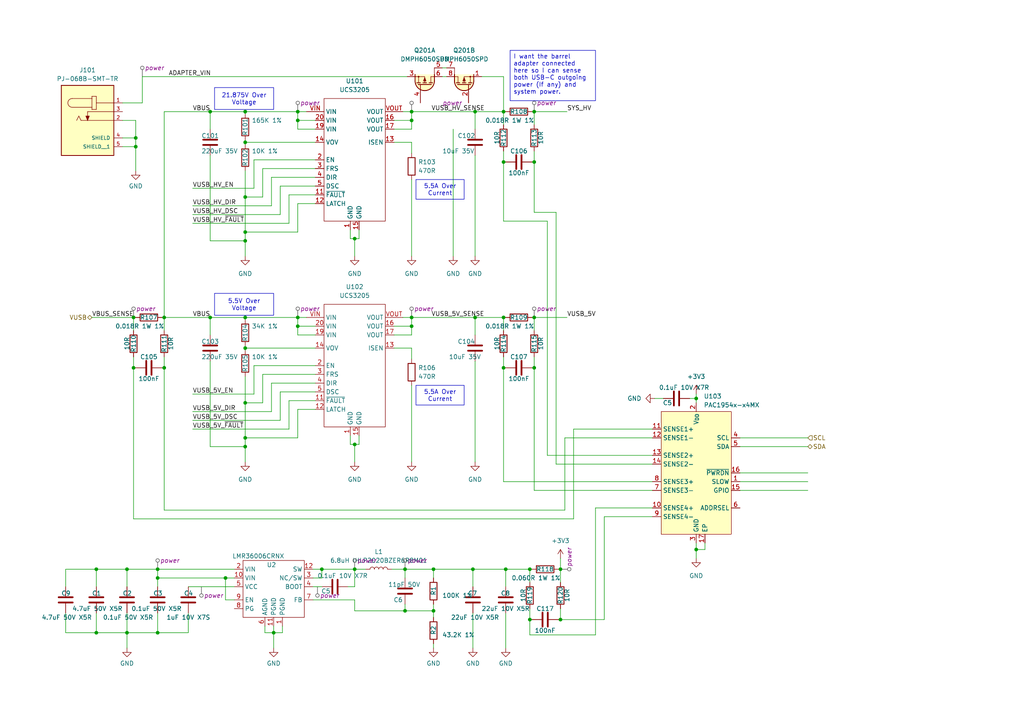
<source format=kicad_sch>
(kicad_sch (version 20230121) (generator eeschema)
  (paper "A4")
  (lib_symbols
    (symbol "Device:C" (pin_numbers hide) (pin_names (offset 0.254))
      (property "Reference" "C" (at 0.635 2.54 0))
      (property "Value" "C" (at 0.635 -2.54 0))
      (symbol "C_1_1"
        (pin passive line (at 0 3.81 270) (length 2.794) (name "~") (number "1"))
        (pin passive line (at 0 -3.81 90) (length 2.794) (name "~") (number "2"))
      )
    )
    (symbol "Device:L" (pin_numbers hide) (pin_names (offset 1.016) hide)
      (property "Reference" "L" (at -1.27 0 90))
      (property "Value" "L" (at 1.905 0 90))
      (symbol "L_1_1"
        (pin passive line (at 0 3.81 270) (length 1.27) (name "1") (number "1"))
        (pin passive line (at 0 -3.81 90) (length 1.27) (name "2") (number "2"))
      )
    )
    (symbol "Device:R" (pin_numbers hide) (pin_names (offset 0))
      (property "Reference" "R" (at 2.032 0 90))
      (property "Value" "R" (at 0 0 90))
      (symbol "R_1_1"
        (pin passive line (at 0 3.81 270) (length 1.27) (name "~") (number "1"))
        (pin passive line (at 0 -3.81 90) (length 1.27) (name "~") (number "2"))
      )
    )
    (symbol "PCM_Transistor_MOSFET_AKL:FDS6875" (pin_names (offset 1.016) hide)
      (property "Reference" "Q" (at 3.81 1.27 0))
      (property "Value" "FDS6875" (at 3.81 -1.27 0))
      (symbol "FDS6875_1_1"
        (pin passive line (at 1.27 5.08 270) (length 2.54) (name "S1") (number "3"))
        (pin input line (at -6.35 1.27 0) (length 5.207) (name "G1") (number "4"))
        (pin passive line (at 3.81 -5.08 90) (length 2.286) (name "D1") (number "5"))
        (pin passive line (at 1.27 -5.08 90) (length 2.286) (name "D1") (number "6"))
      )
      (symbol "FDS6875_2_1"
        (pin passive line (at 1.27 5.08 270) (length 2.54) (name "S2") (number "1"))
        (pin input line (at -6.35 1.27 0) (length 5.207) (name "G2") (number "2"))
        (pin passive line (at 3.81 -5.08 90) (length 2.286) (name "D2") (number "7"))
        (pin passive line (at 1.27 -5.08 90) (length 2.286) (name "D2") (number "8"))
      )
    )
    (symbol "PJ-068B-SMT-TR:PJ-068B-SMT-TR" (pin_names (offset 1.016))
      (property "Reference" "J" (at -7.6259 7.6259 0))
      (property "Value" "PJ-068B-SMT-TR" (at -7.6213 -15.2421 0))
      (symbol "PJ-068B-SMT-TR_0_0"
        (pin passive line (at 10.16 2.54 180) (length 2.54) (name "~") (number "1"))
        (pin passive line (at 10.16 -2.54 180) (length 2.54) (name "~") (number "2"))
        (pin passive line (at 10.16 0 180) (length 2.54) (name "~") (number "3"))
        (pin passive line (at 10.16 -7.62 180) (length 2.54) (name "SHIELD") (number "4"))
        (pin passive line (at 10.16 -10.16 180) (length 2.54) (name "SHIELD__1") (number "5"))
      )
    )
    (symbol "Sensor_Energy:PAC1954x-x4MX"
      (property "Reference" "U" (at 7.62 22.86 0))
      (property "Value" "PAC1954x-x4MX" (at 7.62 20.32 0))
      (symbol "PAC1954x-x4MX_0_0"
        (pin input line (at 12.7 -2.54 180) (length 2.54) (name "SLOW") (number "1"))
        (pin input line (at -12.7 -10.16 0) (length 2.54) (name "SENSE4+") (number "10"))
        (pin input line (at -12.7 12.7 0) (length 2.54) (name "SENSE1+") (number "11"))
        (pin input line (at -12.7 10.16 0) (length 2.54) (name "SENSE1-") (number "12"))
        (pin input line (at -12.7 5.08 0) (length 2.54) (name "SENSE2+") (number "13"))
        (pin input line (at -12.7 2.54 0) (length 2.54) (name "SENSE2-") (number "14"))
        (pin bidirectional line (at 12.7 -5.08 180) (length 2.54) (name "GPIO") (number "15"))
        (pin input line (at 12.7 0 180) (length 2.54) (name "~{PWRDN}") (number "16"))
        (pin passive line (at 2.54 -20.32 90) (length 2.54) (name "EP") (number "17"))
        (pin power_in line (at 0 20.32 270) (length 2.54) (name "V_{DD}") (number "2"))
        (pin power_in line (at 0 -20.32 90) (length 2.54) (name "GND") (number "3"))
        (pin input line (at 12.7 10.16 180) (length 2.54) (name "SCL") (number "4"))
        (pin bidirectional line (at 12.7 7.62 180) (length 2.54) (name "SDA") (number "5"))
        (pin passive line (at 12.7 -10.16 180) (length 2.54) (name "ADDRSEL") (number "6"))
        (pin input line (at -12.7 -5.08 0) (length 2.54) (name "SENSE3-") (number "7"))
        (pin input line (at -12.7 -2.54 0) (length 2.54) (name "SENSE3+") (number "8"))
        (pin input line (at -12.7 -12.7 0) (length 2.54) (name "SENSE4-") (number "9"))
      )
    )
    (symbol "power:+3V3" (power) (pin_names (offset 0))
      (property "Value" "+3V3" (at 0 3.556 0))
      (symbol "+3V3_1_1"
        (pin power_in line (at 0 0 90) (length 0) hide (name "+3V3") (number "1"))
      )
    )
    (symbol "power:GND" (power) (pin_names (offset 0))
      (property "Value" "GND" (at 0 -3.81 0))
      (symbol "GND_1_1"
        (pin power_in line (at 0 0 270) (length 0) hide (name "GND") (number "1"))
      )
    )
    (symbol "usb-c:LMR36006"
      (property "Reference" "U" (at 0 0 0))
      (symbol "LMR36006_1_1"
        (pin power_in line (at 2.54 -11.43 90) (length 2.54) (name "PGND") (number "1"))
        (pin power_in line (at -11.43 2.54 0) (length 2.54) (name "VIN") (number "10"))
        (pin power_in line (at 0 -11.43 90) (length 2.54) (name "PGND") (number "11"))
        (pin output line (at 11.43 5.08 180) (length 2.54) (name "SW") (number "12"))
        (pin power_in line (at -11.43 5.08 0) (length 2.54) (name "VIN") (number "2"))
        (pin unspecified line (at 11.43 2.54 180) (length 2.54) (name "NC/SW") (number "3"))
        (pin passive line (at 11.43 0 180) (length 2.54) (name "BOOT") (number "4"))
        (pin output line (at -11.43 0 0) (length 2.54) (name "VCC") (number "5"))
        (pin power_in line (at -2.54 -11.43 90) (length 2.54) (name "AGND") (number "6"))
        (pin input line (at 11.43 -3.81 180) (length 2.54) (name "FB") (number "7"))
        (pin open_collector line (at -11.43 -6.35 0) (length 2.54) (name "PG") (number "8"))
        (pin input line (at -11.43 -3.81 0) (length 2.54) (name "EN") (number "9"))
      )
    )
    (symbol "usb-c:UCS3205"
      (property "Reference" "U" (at 0 0 0))
      (property "Value" "UCS3205" (at 0 0 0))
      (symbol "UCS3205_1_1"
        (pin power_in line (at -1.27 -20.32 90) (length 2.54) (name "GND") (number "1"))
        (pin no_connect line (at 8.89 -16.51 180) (length 0) hide (name "NC") (number "10"))
        (pin open_collector line (at -11.43 -10.16 0) (length 2.54) (name "~{FAULT}") (number "11"))
        (pin input line (at -11.43 -12.7 0) (length 2.54) (name "LATCH") (number "12"))
        (pin output line (at 11.43 5.08 180) (length 2.54) (name "ISEN") (number "13"))
        (pin input line (at -11.43 5.08 0) (length 2.54) (name "VOV") (number "14"))
        (pin power_in line (at 1.27 -20.32 90) (length 2.54) (name "GND") (number "15"))
        (pin bidirectional line (at 11.43 11.43 180) (length 2.54) (name "VOUT") (number "16"))
        (pin bidirectional line (at 11.43 8.89 180) (length 2.54) (name "VOUT") (number "17"))
        (pin bidirectional line (at -11.43 8.89 0) (length 2.54) (name "VIN") (number "19"))
        (pin input line (at -11.43 0 0) (length 2.54) (name "EN") (number "2"))
        (pin bidirectional line (at -11.43 11.43 0) (length 2.54) (name "VIN") (number "20"))
        (pin input line (at -11.43 -2.54 0) (length 2.54) (name "FRS") (number "3"))
        (pin input line (at -11.43 -5.08 0) (length 2.54) (name "DIR") (number "4"))
        (pin input line (at -11.43 -7.62 0) (length 2.54) (name "DSC") (number "5"))
        (pin no_connect line (at 8.89 -13.97 180) (length 0) hide (name "NC") (number "6"))
        (pin no_connect line (at 8.89 -11.43 180) (length 0) hide (name "NC") (number "7"))
        (pin no_connect line (at 8.89 -8.89 180) (length 0) hide (name "NC") (number "8"))
        (pin no_connect line (at 8.89 -6.35 180) (length 0) hide (name "NC") (number "9"))
        (pin bidirectional line (at -13.97 13.97 0) (length 5.08) (name "VIN") (number "VIN"))
        (pin bidirectional line (at 13.97 13.97 180) (length 5.08) (name "VOUT") (number "VOUT"))
      )
    )
  )
  (junction (at 125.73 177.165))
  (junction (at 27.94 165.1))
  (junction (at 153.67 165.1))
  (junction (at 102.87 69.215))
  (junction (at 102.87 128.905))
  (junction (at 146.685 165.1))
  (junction (at 71.12 57.15))
  (junction (at 36.83 183.515))
  (junction (at 162.56 165.1))
  (junction (at 154.94 106.68))
  (junction (at 71.12 69.85))
  (junction (at 47.625 92.075))
  (junction (at 119.38 92.075))
  (junction (at 93.345 165.1))
  (junction (at 71.12 127))
  (junction (at 38.735 106.68))
  (junction (at 146.05 46.99))
  (junction (at 117.475 177.165))
  (junction (at 154.94 92.075))
  (junction (at 60.96 32.385))
  (junction (at 119.38 34.925))
  (junction (at 137.795 32.385))
  (junction (at 65.405 167.64))
  (junction (at 162.56 179.705))
  (junction (at 146.05 32.385))
  (junction (at 45.72 167.64))
  (junction (at 154.94 46.99))
  (junction (at 117.475 165.1))
  (junction (at 86.36 32.385))
  (junction (at 86.36 92.075))
  (junction (at 45.72 165.1))
  (junction (at 146.05 106.68))
  (junction (at 71.12 32.385))
  (junction (at 137.16 165.1))
  (junction (at 146.05 92.075))
  (junction (at 125.73 165.1))
  (junction (at 201.93 159.385))
  (junction (at 71.12 92.075))
  (junction (at 153.67 179.705))
  (junction (at 102.87 165.1))
  (junction (at 36.83 165.1))
  (junction (at 71.12 129.54))
  (junction (at 71.12 100.965))
  (junction (at 79.375 183.515))
  (junction (at 71.12 41.275))
  (junction (at 27.94 183.515))
  (junction (at 39.37 42.545))
  (junction (at 47.625 106.68))
  (junction (at 201.93 115.57))
  (junction (at 154.94 32.385))
  (junction (at 38.735 92.075))
  (junction (at 119.38 32.385))
  (junction (at 86.36 94.615))
  (junction (at 60.96 92.075))
  (junction (at 45.72 183.515))
  (junction (at 137.795 92.075))
  (junction (at 71.12 67.31))
  (junction (at 39.37 40.005))
  (junction (at 71.12 116.84))
  (junction (at 119.38 94.615))
  (junction (at 86.36 34.925))
  (wire (pts (xy 55.88 54.61) (xy 73.66 54.61)))
  (wire (pts (xy 26.67 92.075) (xy 38.735 92.075)))
  (wire (pts (xy 81.28 53.975) (xy 81.28 62.23)))
  (wire (pts (xy 163.83 127) (xy 163.83 147.955)))
  (wire (pts (xy 101.6 66.675) (xy 101.6 69.215)))
  (wire (pts (xy 36.83 165.1) (xy 27.94 165.1)))
  (wire (pts (xy 60.96 104.775) (xy 60.96 129.54)))
  (wire (pts (xy 91.44 116.205) (xy 83.82 116.205)))
  (wire (pts (xy 189.865 115.57) (xy 192.405 115.57)))
  (wire (pts (xy 54.61 177.8) (xy 54.61 183.515)))
  (wire (pts (xy 137.16 177.8) (xy 137.16 187.96)))
  (wire (pts (xy 71.12 69.85) (xy 71.12 74.295)))
  (wire (pts (xy 35.56 40.005) (xy 39.37 40.005)))
  (wire (pts (xy 201.93 114.3) (xy 201.93 115.57)))
  (wire (pts (xy 91.44 56.515) (xy 83.82 56.515)))
  (wire (pts (xy 114.3 41.275) (xy 119.38 41.275)))
  (wire (pts (xy 137.795 32.385) (xy 146.05 32.385)))
  (wire (pts (xy 46.99 92.075) (xy 47.625 92.075)))
  (wire (pts (xy 137.795 45.085) (xy 137.795 74.295)))
  (wire (pts (xy 91.44 53.975) (xy 81.28 53.975)))
  (wire (pts (xy 114.3 37.465) (xy 119.38 37.465)))
  (wire (pts (xy 45.72 167.64) (xy 45.72 170.18)))
  (wire (pts (xy 119.38 32.385) (xy 116.84 32.385)))
  (wire (pts (xy 76.2 48.895) (xy 76.2 57.15)))
  (wire (pts (xy 19.05 170.18) (xy 19.05 165.1)))
  (wire (pts (xy 162.56 179.705) (xy 161.925 179.705)))
  (wire (pts (xy 117.475 175.26) (xy 117.475 177.165)))
  (wire (pts (xy 161.29 134.62) (xy 161.29 61.595)))
  (wire (pts (xy 154.94 32.385) (xy 164.465 32.385)))
  (wire (pts (xy 93.345 165.1) (xy 102.87 165.1)))
  (wire (pts (xy 146.05 92.075) (xy 146.685 92.075)))
  (wire (pts (xy 214.63 127) (xy 234.315 127)))
  (wire (pts (xy 119.38 97.155) (xy 119.38 94.615)))
  (wire (pts (xy 146.05 103.505) (xy 146.05 106.68)))
  (wire (pts (xy 35.56 42.545) (xy 39.37 42.545)))
  (wire (pts (xy 153.67 165.1) (xy 153.67 168.91)))
  (wire (pts (xy 38.735 92.075) (xy 38.735 95.885)))
  (wire (pts (xy 76.835 181.61) (xy 76.835 183.515)))
  (wire (pts (xy 146.05 32.385) (xy 146.685 32.385)))
  (wire (pts (xy 158.75 132.08) (xy 158.75 64.135)))
  (wire (pts (xy 146.685 165.1) (xy 137.16 165.1)))
  (wire (pts (xy 119.38 94.615) (xy 119.38 92.075)))
  (wire (pts (xy 137.795 32.385) (xy 119.38 32.385)))
  (wire (pts (xy 83.82 116.205) (xy 83.82 124.46)))
  (wire (pts (xy 71.12 67.31) (xy 71.12 69.85)))
  (wire (pts (xy 47.625 32.385) (xy 60.96 32.385)))
  (wire (pts (xy 76.835 183.515) (xy 79.375 183.515)))
  (wire (pts (xy 214.63 139.7) (xy 234.315 139.7)))
  (wire (pts (xy 71.12 41.275) (xy 71.12 40.64)))
  (wire (pts (xy 73.66 106.045) (xy 73.66 114.3)))
  (wire (pts (xy 117.475 167.64) (xy 117.475 165.1)))
  (wire (pts (xy 91.44 113.665) (xy 81.28 113.665)))
  (wire (pts (xy 189.23 124.46) (xy 166.37 124.46)))
  (wire (pts (xy 55.88 59.69) (xy 78.74 59.69)))
  (wire (pts (xy 137.795 92.075) (xy 119.38 92.075)))
  (wire (pts (xy 91.44 111.125) (xy 78.74 111.125)))
  (wire (pts (xy 71.12 100.965) (xy 71.12 100.33)))
  (wire (pts (xy 71.12 116.84) (xy 71.12 127)))
  (wire (pts (xy 81.915 181.61) (xy 81.915 183.515)))
  (wire (pts (xy 65.405 173.99) (xy 65.405 167.64)))
  (wire (pts (xy 125.73 167.64) (xy 125.73 165.1)))
  (wire (pts (xy 137.795 97.155) (xy 137.795 92.075)))
  (wire (pts (xy 19.05 183.515) (xy 27.94 183.515)))
  (wire (pts (xy 86.36 94.615) (xy 86.36 97.155)))
  (wire (pts (xy 71.12 129.54) (xy 71.12 133.985)))
  (wire (pts (xy 86.36 118.745) (xy 86.36 127)))
  (wire (pts (xy 125.73 177.165) (xy 125.73 179.07)))
  (wire (pts (xy 54.61 170.18) (xy 67.945 170.18)))
  (wire (pts (xy 102.87 128.905) (xy 102.87 133.985)))
  (wire (pts (xy 189.23 134.62) (xy 161.29 134.62)))
  (wire (pts (xy 38.735 106.68) (xy 39.37 106.68)))
  (wire (pts (xy 91.44 46.355) (xy 73.66 46.355)))
  (wire (pts (xy 60.96 37.465) (xy 60.96 32.385)))
  (wire (pts (xy 86.36 94.615) (xy 91.44 94.615)))
  (wire (pts (xy 139.7 22.225) (xy 146.05 22.225)))
  (wire (pts (xy 154.94 106.68) (xy 154.305 106.68)))
  (wire (pts (xy 154.94 43.815) (xy 154.94 46.99)))
  (wire (pts (xy 60.96 92.075) (xy 71.12 92.075)))
  (wire (pts (xy 119.38 41.275) (xy 119.38 44.45)))
  (wire (pts (xy 189.23 127) (xy 163.83 127)))
  (wire (pts (xy 71.12 127) (xy 71.12 129.54)))
  (wire (pts (xy 47.625 92.075) (xy 47.625 95.885)))
  (wire (pts (xy 45.72 183.515) (xy 36.83 183.515)))
  (wire (pts (xy 102.87 69.215) (xy 102.87 74.295)))
  (wire (pts (xy 71.12 57.15) (xy 71.12 67.31)))
  (wire (pts (xy 81.28 113.665) (xy 81.28 121.92)))
  (wire (pts (xy 71.12 127) (xy 86.36 127)))
  (wire (pts (xy 137.795 104.775) (xy 137.795 133.985)))
  (wire (pts (xy 175.26 179.705) (xy 162.56 179.705)))
  (wire (pts (xy 91.44 108.585) (xy 76.2 108.585)))
  (wire (pts (xy 125.73 186.69) (xy 125.73 187.96)))
  (wire (pts (xy 47.625 103.505) (xy 47.625 106.68)))
  (wire (pts (xy 104.14 69.215) (xy 104.14 66.675)))
  (wire (pts (xy 172.72 147.32) (xy 172.72 184.15)))
  (wire (pts (xy 60.96 45.085) (xy 60.96 69.85)))
  (wire (pts (xy 128.27 22.225) (xy 129.54 22.225)))
  (wire (pts (xy 67.945 173.99) (xy 65.405 173.99)))
  (wire (pts (xy 119.38 92.075) (xy 116.84 92.075)))
  (wire (pts (xy 91.44 106.045) (xy 73.66 106.045)))
  (wire (pts (xy 36.83 165.1) (xy 36.83 170.18)))
  (wire (pts (xy 91.44 48.895) (xy 76.2 48.895)))
  (wire (pts (xy 90.805 170.18) (xy 93.345 170.18)))
  (wire (pts (xy 88.9 92.075) (xy 86.36 92.075)))
  (wire (pts (xy 79.375 183.515) (xy 79.375 187.96)))
  (wire (pts (xy 214.63 142.24) (xy 234.315 142.24)))
  (wire (pts (xy 90.805 173.99) (xy 102.87 173.99)))
  (wire (pts (xy 137.16 165.1) (xy 125.73 165.1)))
  (wire (pts (xy 101.6 69.215) (xy 102.87 69.215)))
  (wire (pts (xy 55.88 114.3) (xy 73.66 114.3)))
  (wire (pts (xy 162.56 165.1) (xy 162.56 168.91)))
  (wire (pts (xy 81.915 183.515) (xy 79.375 183.515)))
  (wire (pts (xy 102.87 165.1) (xy 106.045 165.1)))
  (wire (pts (xy 119.38 34.925) (xy 119.38 32.385)))
  (wire (pts (xy 166.37 124.46) (xy 166.37 150.495)))
  (wire (pts (xy 137.16 170.18) (xy 137.16 165.1)))
  (wire (pts (xy 60.96 32.385) (xy 71.12 32.385)))
  (wire (pts (xy 55.88 124.46) (xy 83.82 124.46)))
  (wire (pts (xy 47.625 147.955) (xy 47.625 106.68)))
  (wire (pts (xy 55.88 121.92) (xy 81.28 121.92)))
  (wire (pts (xy 71.12 67.31) (xy 86.36 67.31)))
  (wire (pts (xy 78.74 111.125) (xy 78.74 119.38)))
  (wire (pts (xy 146.685 165.1) (xy 153.67 165.1)))
  (wire (pts (xy 114.3 100.965) (xy 119.38 100.965)))
  (wire (pts (xy 154.94 142.24) (xy 154.94 106.68)))
  (wire (pts (xy 86.36 37.465) (xy 91.44 37.465)))
  (wire (pts (xy 76.2 57.15) (xy 71.12 57.15)))
  (wire (pts (xy 153.67 184.15) (xy 153.67 179.705)))
  (wire (pts (xy 114.3 94.615) (xy 119.38 94.615)))
  (wire (pts (xy 101.6 126.365) (xy 101.6 128.905)))
  (wire (pts (xy 19.05 165.1) (xy 27.94 165.1)))
  (wire (pts (xy 118.11 22.225) (xy 41.275 22.225)))
  (wire (pts (xy 146.05 46.99) (xy 146.685 46.99)))
  (wire (pts (xy 27.94 177.8) (xy 27.94 183.515)))
  (wire (pts (xy 86.36 34.925) (xy 91.44 34.925)))
  (wire (pts (xy 73.66 46.355) (xy 73.66 54.61)))
  (wire (pts (xy 60.96 129.54) (xy 71.12 129.54)))
  (wire (pts (xy 117.475 165.1) (xy 125.73 165.1)))
  (wire (pts (xy 114.3 34.925) (xy 119.38 34.925)))
  (wire (pts (xy 71.12 32.385) (xy 86.36 32.385)))
  (wire (pts (xy 83.82 56.515) (xy 83.82 64.77)))
  (wire (pts (xy 54.61 183.515) (xy 45.72 183.515)))
  (wire (pts (xy 153.67 179.705) (xy 154.305 179.705)))
  (wire (pts (xy 41.275 22.225) (xy 41.275 29.845)))
  (wire (pts (xy 36.83 177.8) (xy 36.83 183.515)))
  (wire (pts (xy 119.38 100.965) (xy 119.38 104.14)))
  (wire (pts (xy 65.405 167.64) (xy 67.945 167.64)))
  (wire (pts (xy 41.275 29.845) (xy 35.56 29.845)))
  (wire (pts (xy 189.23 142.24) (xy 154.94 142.24)))
  (wire (pts (xy 146.05 64.135) (xy 146.05 46.99)))
  (wire (pts (xy 71.12 92.075) (xy 86.36 92.075)))
  (wire (pts (xy 71.12 32.385) (xy 71.12 33.02)))
  (wire (pts (xy 153.67 165.1) (xy 154.305 165.1)))
  (wire (pts (xy 88.9 32.385) (xy 86.36 32.385)))
  (wire (pts (xy 47.625 92.075) (xy 60.96 92.075)))
  (wire (pts (xy 101.6 128.905) (xy 102.87 128.905)))
  (wire (pts (xy 27.94 183.515) (xy 36.83 183.515)))
  (wire (pts (xy 55.88 64.77) (xy 83.82 64.77)))
  (wire (pts (xy 162.56 176.53) (xy 162.56 179.705)))
  (wire (pts (xy 102.87 128.905) (xy 104.14 128.905)))
  (wire (pts (xy 45.72 167.64) (xy 65.405 167.64)))
  (wire (pts (xy 146.05 106.68) (xy 146.685 106.68)))
  (wire (pts (xy 55.88 62.23) (xy 81.28 62.23)))
  (wire (pts (xy 71.12 49.53) (xy 71.12 57.15)))
  (wire (pts (xy 86.36 34.925) (xy 86.36 37.465)))
  (wire (pts (xy 86.36 59.055) (xy 86.36 67.31)))
  (wire (pts (xy 91.44 100.965) (xy 71.12 100.965)))
  (wire (pts (xy 55.88 119.38) (xy 78.74 119.38)))
  (wire (pts (xy 137.795 92.075) (xy 146.05 92.075)))
  (wire (pts (xy 71.12 41.275) (xy 71.12 41.91)))
  (wire (pts (xy 146.05 22.225) (xy 146.05 32.385)))
  (wire (pts (xy 154.94 92.075) (xy 164.465 92.075)))
  (wire (pts (xy 163.83 147.955) (xy 47.625 147.955)))
  (wire (pts (xy 91.44 59.055) (xy 86.36 59.055)))
  (wire (pts (xy 154.94 61.595) (xy 154.94 46.99)))
  (wire (pts (xy 146.685 177.8) (xy 146.685 187.96)))
  (wire (pts (xy 86.36 92.075) (xy 86.36 94.615)))
  (wire (pts (xy 100.965 170.18) (xy 102.87 170.18)))
  (wire (pts (xy 154.305 92.075) (xy 154.94 92.075)))
  (wire (pts (xy 200.025 115.57) (xy 201.93 115.57)))
  (wire (pts (xy 38.735 103.505) (xy 38.735 106.68)))
  (wire (pts (xy 175.26 149.86) (xy 175.26 179.705)))
  (wire (pts (xy 45.72 165.1) (xy 45.72 167.64)))
  (wire (pts (xy 154.94 92.075) (xy 154.94 95.885)))
  (wire (pts (xy 214.63 129.54) (xy 234.315 129.54)))
  (wire (pts (xy 131.445 37.465) (xy 131.445 74.295)))
  (wire (pts (xy 189.23 149.86) (xy 175.26 149.86)))
  (wire (pts (xy 146.05 32.385) (xy 146.05 36.195)))
  (wire (pts (xy 91.44 118.745) (xy 86.36 118.745)))
  (wire (pts (xy 39.37 40.005) (xy 39.37 34.925)))
  (wire (pts (xy 47.625 106.68) (xy 46.99 106.68)))
  (wire (pts (xy 91.44 51.435) (xy 78.74 51.435)))
  (wire (pts (xy 47.625 32.385) (xy 47.625 92.075)))
  (wire (pts (xy 86.36 32.385) (xy 86.36 34.925)))
  (wire (pts (xy 161.29 61.595) (xy 154.94 61.595)))
  (wire (pts (xy 189.23 139.7) (xy 146.05 139.7)))
  (wire (pts (xy 60.96 69.85) (xy 71.12 69.85)))
  (wire (pts (xy 38.735 150.495) (xy 38.735 106.68)))
  (wire (pts (xy 93.345 165.1) (xy 93.345 167.64)))
  (wire (pts (xy 104.14 128.905) (xy 104.14 126.365)))
  (wire (pts (xy 119.38 111.76) (xy 119.38 133.985)))
  (wire (pts (xy 161.925 165.1) (xy 162.56 165.1)))
  (wire (pts (xy 71.12 92.075) (xy 71.12 92.71)))
  (wire (pts (xy 125.73 175.26) (xy 125.73 177.165)))
  (wire (pts (xy 102.87 173.99) (xy 102.87 177.165)))
  (wire (pts (xy 153.67 176.53) (xy 153.67 179.705)))
  (wire (pts (xy 102.87 177.165) (xy 117.475 177.165)))
  (wire (pts (xy 39.37 42.545) (xy 39.37 40.005)))
  (wire (pts (xy 45.72 165.1) (xy 36.83 165.1)))
  (wire (pts (xy 102.87 69.215) (xy 104.14 69.215)))
  (wire (pts (xy 154.94 32.385) (xy 154.94 36.195)))
  (wire (pts (xy 128.27 19.685) (xy 129.54 19.685)))
  (wire (pts (xy 214.63 137.16) (xy 234.315 137.16)))
  (wire (pts (xy 79.375 181.61) (xy 79.375 183.515)))
  (wire (pts (xy 154.305 32.385) (xy 154.94 32.385)))
  (wire (pts (xy 172.72 184.15) (xy 153.67 184.15)))
  (wire (pts (xy 146.05 92.075) (xy 146.05 95.885)))
  (wire (pts (xy 117.475 177.165) (xy 125.73 177.165)))
  (wire (pts (xy 154.94 103.505) (xy 154.94 106.68)))
  (wire (pts (xy 189.23 147.32) (xy 172.72 147.32)))
  (wire (pts (xy 119.38 37.465) (xy 119.38 34.925)))
  (wire (pts (xy 137.795 37.465) (xy 137.795 32.385)))
  (wire (pts (xy 166.37 150.495) (xy 38.735 150.495)))
  (wire (pts (xy 71.12 116.84) (xy 76.2 116.84)))
  (wire (pts (xy 60.96 97.155) (xy 60.96 92.075)))
  (wire (pts (xy 117.475 165.1) (xy 113.665 165.1)))
  (wire (pts (xy 36.83 183.515) (xy 36.83 187.96)))
  (wire (pts (xy 162.56 165.1) (xy 162.56 161.925)))
  (wire (pts (xy 38.735 92.075) (xy 39.37 92.075)))
  (wire (pts (xy 201.93 159.385) (xy 204.47 159.385)))
  (wire (pts (xy 39.37 49.53) (xy 39.37 42.545)))
  (wire (pts (xy 204.47 159.385) (xy 204.47 157.48)))
  (wire (pts (xy 201.93 159.385) (xy 201.93 161.925)))
  (wire (pts (xy 102.87 165.1) (xy 102.87 170.18)))
  (wire (pts (xy 71.12 109.22) (xy 71.12 116.84)))
  (wire (pts (xy 39.37 34.925) (xy 35.56 34.925)))
  (wire (pts (xy 154.94 46.99) (xy 154.305 46.99)))
  (wire (pts (xy 91.44 41.275) (xy 71.12 41.275)))
  (wire (pts (xy 78.74 51.435) (xy 78.74 59.69)))
  (wire (pts (xy 201.93 115.57) (xy 201.93 116.84)))
  (wire (pts (xy 86.36 97.155) (xy 91.44 97.155)))
  (wire (pts (xy 114.3 97.155) (xy 119.38 97.155)))
  (wire (pts (xy 189.23 132.08) (xy 158.75 132.08)))
  (wire (pts (xy 146.685 170.18) (xy 146.685 165.1)))
  (wire (pts (xy 146.05 43.815) (xy 146.05 46.99)))
  (wire (pts (xy 27.94 165.1) (xy 27.94 170.18)))
  (wire (pts (xy 146.05 139.7) (xy 146.05 106.68)))
  (wire (pts (xy 119.38 52.07) (xy 119.38 74.295)))
  (wire (pts (xy 71.12 100.965) (xy 71.12 101.6)))
  (wire (pts (xy 158.75 64.135) (xy 146.05 64.135)))
  (wire (pts (xy 90.805 165.1) (xy 93.345 165.1)))
  (wire (pts (xy 76.2 108.585) (xy 76.2 116.84)))
  (wire (pts (xy 19.05 177.8) (xy 19.05 183.515)))
  (wire (pts (xy 201.93 157.48) (xy 201.93 159.385)))
  (wire (pts (xy 67.945 165.1) (xy 45.72 165.1)))
  (wire (pts (xy 93.345 167.64) (xy 90.805 167.64)))
  (wire (pts (xy 45.72 177.8) (xy 45.72 183.515)))
  (text_box "I want the barrel adapter connected here so I can sense both USB-C outgoing power (If any) and system power." (at 147.955 14.605 0) (size 24.765 14.605) (effects (font (size 1.27 1.27)) (justify left top)))
  (text_box "5.5V Over Voltage" (at 62.23 85.09 0) (size 17.145 6.35) (effects (font (size 1.27 1.27))))
  (text_box "5.5A Over Current" (at 120.65 52.07 0) (size 13.97 5.715) (effects (font (size 1.27 1.27))))
  (text_box "5.5A Over Current" (at 120.65 111.76 0) (size 13.97 5.715) (effects (font (size 1.27 1.27))))
  (text_box "21.875V Over Voltage" (at 62.23 25.4 0) (size 17.145 6.35) (effects (font (size 1.27 1.27))))
  (label "VUSB_HV_DSC" (at 55.88 62.23 0))
  (label "VBUS" (at 55.88 92.075 0))
  (label "VUSB_5V_DIR" (at 55.88 119.38 0))
  (label "VUSB_5V_DSC" (at 55.88 121.92 0))
  (label "SYS_HV" (at 164.465 32.385 0))
  (label "VUSB_HV_DIR" (at 55.88 59.69 0))
  (label "VBUS_SENSE" (at 26.67 92.075 0))
  (label "ADAPTER_VIN" (at 48.895 22.225 0))
  (label "VUSB_HV_SENSE" (at 125.095 32.385 0))
  (label "VUSB_5V_~{FAULT}" (at 55.88 124.46 0))
  (label "VUSB_HV_EN" (at 55.88 54.61 0))
  (label "VUSB_HV_~{FAULT}" (at 55.88 64.77 0))
  (label "VUSB_5V" (at 164.465 92.075 0))
  (label "VUSB_5V_EN" (at 55.88 114.3 0))
  (label "VBUS" (at 55.88 32.385 0))
  (label "VUSB_5V_SENSE" (at 125.095 92.075 0))
  (hierarchical_label "SDA" (shape bidirectional) (at 234.315 129.54 0))
  (hierarchical_label "SCL" (shape input) (at 234.315 127 0))
  (hierarchical_label "VUSB" (shape bidirectional) (at 26.67 92.075 180))
  (netclass_flag "" (length 2.54) (shape round) (at 119.38 32.385 0) (property "Netclass" "power" (at 128.3335 29.845 0) (effects (font italic) (justify left))))
  (netclass_flag "" (length 2.54) (shape round) (at 41.275 22.225 0) (property "Netclass" "power" (at 41.9735 19.685 0) (effects (font italic) (justify left))))
  (netclass_flag "" (length 2.54) (shape round) (at 58.42 170.18 180) (property "Netclass" "power" (at 59.1185 172.72 0) (effects (font italic) (justify left))))
  (netclass_flag "" (length 2.54) (shape round) (at 86.36 92.075 0) (property "Netclass" "power" (at 87.0585 89.535 0) (effects (font italic) (justify left))))
  (netclass_flag "" (length 2.54) (shape round) (at 45.72 165.1 0) (property "Netclass" "power" (at 46.4185 162.56 0) (effects (font italic) (justify left))))
  (netclass_flag "" (length 2.54) (shape round) (at 92.075 170.18 180) (property "Netclass" "power" (at 92.7735 172.72 0) (effects (font italic) (justify left))))
  (netclass_flag "" (length 2.54) (shape round) (at 162.56 165.1 270) (property "Netclass" "power" (at 165.1 164.4015 90) (effects (font italic) (justify left))))
  (netclass_flag "" (length 2.54) (shape round) (at 119.38 92.075 0) (property "Netclass" "power" (at 120.0785 89.535 0) (effects (font italic) (justify left))))
  (netclass_flag "" (length 2.54) (shape round) (at 38.735 92.075 0) (property "Netclass" "power" (at 39.4335 89.535 0) (effects (font italic) (justify left))))
  (netclass_flag "" (length 2.54) (shape round) (at 154.94 92.075 0) (property "Netclass" "power" (at 155.6385 89.535 0) (effects (font italic) (justify left))))
  (netclass_flag "" (length 2.54) (shape round) (at 102.87 165.1 0) (property "Netclass" "power" (at 103.5685 162.56 0) (effects (font italic) (justify left))))
  (netclass_flag "" (length 2.54) (shape round) (at 86.36 32.385 0) (property "Netclass" "power" (at 87.0585 29.845 0) (effects (font italic) (justify left))))
  (netclass_flag "" (length 2.54) (shape round) (at 154.94 32.385 0) (property "Netclass" "power" (at 155.6385 29.845 0) (effects (font italic) (justify left))))
  (netclass_flag "" (length 2.54) (shape round) (at 117.475 165.1 0) (property "Netclass" "power" (at 118.1735 162.56 0) (effects (font italic) (justify left))))
  (symbol (lib_id "power:GND") (at 137.16 187.96 0) (unit 1)
    (property "Reference" "#PWR07" (effects hide))
    (property "Value" "GND" (at 137.16 192.405 0))
    (instances (project "USB-C-FUSB302-PI" (path "" (reference "#PWR07") (unit 1))) (project "USB-C-SWITCH" (path "" (reference "#PWR0113") (unit 1)) (path "" (reference "#PWR0218") (unit 1))))
  )
  (symbol (lib_id "Device:R") (at 71.12 105.41 0) (unit 1)
    (property "Reference" "R105" (at 71.12 107.95 90) (effects (justify left)))
    (property "Value" "10K 1%" (at 73.025 103.505 0) (effects (justify left)))
    (property "Footprint" "Resistor_SMD:R_0402_1005Metric" (effects hide))
    (instances (project "USB-C-SWITCH" (path "" (reference "R105") (unit 1)) (path "" (reference "R214") (unit 1))))
  )
  (symbol (lib_id "Device:C") (at 45.72 173.99 0) (unit 1)
    (property "Reference" "C3" (at 44.45 172.085 0) (effects (justify left)))
    (property "Value" "0.1uF 50V X5R" (at 38.1 176.53 0) (effects (justify left)))
    (property "Footprint" "Capacitor_SMD:C_0402_1005Metric" (effects hide))
    (instances (project "USB-C-FUSB302-PI" (path "" (reference "C3") (unit 1))) (project "USB-C-SWITCH" (path "" (reference "C113") (unit 1)) (path "" (reference "C214") (unit 1))))
  )
  (symbol (lib_id "Device:R") (at 154.94 99.695 0) (unit 1)
    (property "Reference" "R115" (at 154.94 102.235 90) (effects (justify left)))
    (property "Value" "10R" (at 156.845 101.6 90) (effects (justify left)))
    (property "Footprint" "Resistor_SMD:R_0402_1005Metric" (effects hide))
    (instances (project "USB-C-SWITCH" (path "" (reference "R115") (unit 1)) (path "" (reference "R213") (unit 1))))
  )
  (symbol (lib_id "usb-c:UCS3205") (at 102.87 106.045 0) (unit 1)
    (property "Reference" "U102" (at 102.87 83.185 0))
    (property "Value" "UCS3205" (at 102.87 85.725 0))
    (property "Footprint" "usb-c:19-VQFN-Q8A-3x3x0.9-2EP" (effects hide))
    (property "Datasheet" "https://ww1.microchip.com/downloads/aemDocuments/documents/APID/ProductDocuments/DataSheets/UCS3205-Data-Sheet-DS20006433A.pdf" (effects hide))
    (instances (project "USB-C-SWITCH" (path "" (reference "U102") (unit 1)) (path "" (reference "U202") (unit 1))))
  )
  (symbol (lib_id "Device:R") (at 119.38 48.26 0) (unit 1)
    (property "Reference" "R103" (at 121.285 46.99 0) (effects (justify left)))
    (property "Value" "470R" (at 121.285 49.53 0) (effects (justify left)))
    (property "Footprint" "Resistor_SMD:R_0402_1005Metric" (effects hide))
    (instances (project "USB-C-SWITCH" (path "" (reference "R103") (unit 1)) (path "" (reference "R206") (unit 1))))
  )
  (symbol (lib_id "PJ-068B-SMT-TR:PJ-068B-SMT-TR") (at 25.4 32.385 0) (unit 1)
    (property "Reference" "J101" (at 25.4 20.32 0))
    (property "Value" "PJ-068B-SMT-TR" (at 25.4 22.86 0))
    (property "Footprint" "digikey:CUI_PJ-068B-SMT-TR" (effects hide))
    (property "PARTREV" "1.04" (effects hide))
    (property "MANUFACTURER" "CUI INC" (effects hide))
    (property "STANDARD" "Manufacturer recommendations" (effects hide))
    (instances (project "USB-C-SWITCH" (path "" (reference "J101") (unit 1)) (path "" (reference "J201") (unit 1))))
  )
  (symbol (lib_id "power:GND") (at 102.87 133.985 0) (unit 1)
    (property "Reference" "#PWR0106" (effects hide))
    (property "Value" "GND" (at 102.87 139.065 0))
    (instances (project "USB-C-SWITCH" (path "" (reference "#PWR0106") (unit 1)) (path "" (reference "#PWR0210") (unit 1))))
  )
  (symbol (lib_id "Device:R") (at 162.56 172.72 0) (unit 1)
    (property "Reference" "R120" (at 162.56 175.26 90) (effects (justify left)))
    (property "Value" "10R" (at 164.465 174.625 90) (effects (justify left)))
    (property "Footprint" "Resistor_SMD:R_0402_1005Metric" (effects hide))
    (instances (project "USB-C-SWITCH" (path "" (reference "R120") (unit 1)) (path "" (reference "R219") (unit 1))))
  )
  (symbol (lib_id "power:GND") (at 137.795 74.295 0) (unit 1)
    (property "Reference" "#PWR0103" (effects hide))
    (property "Value" "GND" (at 137.795 79.375 0))
    (instances (project "USB-C-SWITCH" (path "" (reference "#PWR0103") (unit 1)) (path "" (reference "#PWR0206") (unit 1))))
  )
  (symbol (lib_id "Sensor_Energy:PAC1954x-x4MX") (at 201.93 137.16 0) (unit 1)
    (property "Reference" "U103" (at 204.1241 114.935 0) (effects (justify left)))
    (property "Value" "PAC1954x-x4MX" (at 204.1241 117.475 0) (effects (justify left)))
    (property "Footprint" "Package_DFN_QFN:VQFN-16-1EP_3x3mm_P0.5mm_EP1.1x1.1mm" (effects hide))
    (property "Datasheet" "https://ww1.microchip.com/downloads/en/DeviceDoc/PAC195X-Data-Sheet-20006539.pdf" (effects hide))
    (instances (project "USB-C-SWITCH" (path "" (reference "U103") (unit 1)) (path "" (reference "U203") (unit 1))))
  )
  (symbol (lib_id "Device:L") (at 109.855 165.1 90) (unit 1)
    (property "Reference" "L1" (at 109.855 160.02 90))
    (property "Value" "6.8uH IHLP2020BZER6R8M01" (at 109.855 162.56 90))
    (property "Footprint" "Inductor_SMD:L_Vishay_IHLP-2020" (effects hide))
    (property "MPN" "74405042100" (effects hide))
    (instances (project "USB-C-FUSB302-PI" (path "" (reference "L1") (unit 1))) (project "USB-C-SWITCH" (path "" (reference "L101") (unit 1)) (path "" (reference "L201") (unit 1))))
  )
  (symbol (lib_id "Device:C") (at 43.18 106.68 90) (unit 1)
    (property "Reference" "C105" (at 43.18 103.505 90))
    (property "Value" "100nF" (at 43.18 109.855 90))
    (property "Footprint" "Capacitor_SMD:C_0402_1005Metric" (effects hide))
    (instances (project "USB-C-SWITCH" (path "" (reference "C105") (unit 1)) (path "" (reference "C206") (unit 1))))
  )
  (symbol (lib_id "usb-c:LMR36006") (at 79.375 170.18 0) (unit 1)
    (property "Reference" "U2" (at 78.74 163.83 0))
    (property "Value" "LMR36006CRNX" (at 74.93 161.29 0))
    (property "Footprint" "usb-c:TI-RNX0012A-VQFN-HR" (effects hide))
    (property "Datasheet" "http://www.ti.com/product/lmr36006?qgpn=lmr36006" (effects hide))
    (instances (project "USB-C-FUSB302-PI" (path "" (reference "U2") (unit 1))) (project "USB-C-SWITCH" (path "" (reference "U104") (unit 1)) (path "" (reference "U204") (unit 1))))
  )
  (symbol (lib_id "Device:C") (at 19.05 173.99 0) (unit 1)
    (property "Reference" "C9" (at 17.78 172.085 0) (effects (justify left)))
    (property "Value" "4.7uF 50V X5R" (at 12.065 179.07 0) (effects (justify left)))
    (property "Footprint" "Capacitor_SMD:C_0805_2012Metric" (effects hide))
    (instances (project "USB-C-FUSB302-PI" (path "" (reference "C9") (unit 1))) (project "USB-C-SWITCH" (path "" (reference "C110") (unit 1)) (path "" (reference "C211") (unit 1))))
  )
  (symbol (lib_id "power:GND") (at 79.375 187.96 0) (unit 1)
    (property "Reference" "#PWR02" (effects hide))
    (property "Value" "GND" (at 79.375 192.405 0))
    (instances (project "USB-C-FUSB302-PI" (path "" (reference "#PWR02") (unit 1))) (project "USB-C-SWITCH" (path "" (reference "#PWR0111") (unit 1)) (path "" (reference "#PWR0216") (unit 1))))
  )
  (symbol (lib_id "Device:R") (at 158.115 165.1 90) (unit 1)
    (property "Reference" "R118" (at 160.655 165.1 90) (effects (justify left)))
    (property "Value" "0.060R 1W 1%" (at 162.56 167.64 90) (effects (justify left)))
    (property "Footprint" "Resistor_SMD:R_1206_3216Metric" (effects hide))
    (instances (project "USB-C-SWITCH" (path "" (reference "R118") (unit 1)) (path "" (reference "R216") (unit 1))))
  )
  (symbol (lib_id "power:GND") (at 102.87 74.295 0) (unit 1)
    (property "Reference" "#PWR0101" (effects hide))
    (property "Value" "GND" (at 102.87 79.375 0))
    (instances (project "USB-C-SWITCH" (path "" (reference "#PWR0101") (unit 1)) (path "" (reference "#PWR0203") (unit 1))))
  )
  (symbol (lib_id "power:GND") (at 146.685 187.96 0) (unit 1)
    (property "Reference" "#PWR09" (effects hide))
    (property "Value" "GND" (at 146.685 192.405 0))
    (instances (project "USB-C-FUSB302-PI" (path "" (reference "#PWR09") (unit 1))) (project "USB-C-SWITCH" (path "" (reference "#PWR0114") (unit 1)) (path "" (reference "#PWR0219") (unit 1))))
  )
  (symbol (lib_id "Device:C") (at 117.475 171.45 180) (unit 1)
    (property "Reference" "C6" (at 116.84 173.99 0) (effects (justify left)))
    (property "Value" "11pF 50V" (at 121.92 169.545 0) (effects (justify left)))
    (property "Footprint" "Capacitor_SMD:C_0402_1005Metric" (effects hide))
    (instances (project "USB-C-FUSB302-PI" (path "" (reference "C6") (unit 1))) (project "USB-C-SWITCH" (path "" (reference "C109") (unit 1)) (path "" (reference "C210") (unit 1))))
  )
  (symbol (lib_id "Device:C") (at 150.495 46.99 90) (unit 1)
    (property "Reference" "C106" (at 150.495 43.815 90))
    (property "Value" "100nF" (at 150.495 50.165 90))
    (property "Footprint" "Capacitor_SMD:C_0402_1005Metric" (effects hide))
    (instances (project "USB-C-SWITCH" (path "" (reference "C106") (unit 1)) (path "" (reference "C203") (unit 1))))
  )
  (symbol (lib_id "power:+3V3") (at 201.93 114.3 0) (unit 1)
    (property "Reference" "#PWR08" (effects hide))
    (property "Value" "+3V3" (at 201.93 109.22 0))
    (instances (project "USB-C-FUSB302-PI" (path "" (reference "#PWR08") (unit 1))) (project "USB-C-SWITCH" (path "" (reference "#PWR0115") (unit 1)) (path "" (reference "#PWR0207") (unit 1))))
  )
  (symbol (lib_id "Device:C") (at 158.115 179.705 90) (unit 1)
    (property "Reference" "C117" (at 158.115 176.53 90))
    (property "Value" "100nF" (at 158.115 182.88 90))
    (property "Footprint" "Capacitor_SMD:C_0402_1005Metric" (effects hide))
    (instances (project "USB-C-SWITCH" (path "" (reference "C117") (unit 1)) (path "" (reference "C218") (unit 1))))
  )
  (symbol (lib_id "Device:C") (at 137.16 173.99 180) (unit 1)
    (property "Reference" "C7" (at 138.43 172.085 0) (effects (justify left)))
    (property "Value" "22uF 10V X5R" (at 144.78 179.07 0) (effects (justify left)))
    (property "Footprint" "Capacitor_SMD:C_0805_2012Metric" (effects hide))
    (instances (project "USB-C-FUSB302-PI" (path "" (reference "C7") (unit 1))) (project "USB-C-SWITCH" (path "" (reference "C115") (unit 1)) (path "" (reference "C216") (unit 1))))
  )
  (symbol (lib_id "Device:C") (at 27.94 173.99 0) (unit 1)
    (property "Reference" "C1" (at 26.67 172.085 0) (effects (justify left)))
    (property "Value" "4.7uF 50V X5R" (at 20.955 176.53 0) (effects (justify left)))
    (property "Footprint" "Capacitor_SMD:C_0805_2012Metric" (effects hide))
    (instances (project "USB-C-FUSB302-PI" (path "" (reference "C1") (unit 1))) (project "USB-C-SWITCH" (path "" (reference "C111") (unit 1)) (path "" (reference "C212") (unit 1))))
  )
  (symbol (lib_id "Device:C") (at 60.96 41.275 0) (unit 1)
    (property "Reference" "C101" (at 58.42 39.37 0) (effects (justify left)))
    (property "Value" "220uF 35V" (at 58.42 43.815 0) (effects (justify left)))
    (property "Footprint" "Capacitor_SMD:CP_Elec_8x10.5" (effects hide))
    (instances (project "USB-C-SWITCH" (path "" (reference "C101") (unit 1)) (path "" (reference "C201") (unit 1))))
  )
  (symbol (lib_id "power:GND") (at 71.12 133.985 0) (unit 1)
    (property "Reference" "#PWR0105" (effects hide))
    (property "Value" "GND" (at 71.12 139.065 0))
    (instances (project "USB-C-SWITCH" (path "" (reference "#PWR0105") (unit 1)) (path "" (reference "#PWR0209") (unit 1))))
  )
  (symbol (lib_id "usb-c:UCS3205") (at 102.87 46.355 0) (unit 1)
    (property "Reference" "U101" (at 102.87 23.495 0))
    (property "Value" "UCS3205" (at 102.87 26.035 0))
    (property "Footprint" "usb-c:19-VQFN-Q8A-3x3x0.9-2EP" (effects hide))
    (property "Datasheet" "https://ww1.microchip.com/downloads/aemDocuments/documents/APID/ProductDocuments/DataSheets/UCS3205-Data-Sheet-DS20006433A.pdf" (effects hide))
    (instances (project "USB-C-SWITCH" (path "" (reference "U101") (unit 1)) (path "" (reference "U201") (unit 1))))
  )
  (symbol (lib_id "Device:R") (at 38.735 99.695 0) (unit 1)
    (property "Reference" "R110" (at 38.735 102.235 90) (effects (justify left)))
    (property "Value" "10R" (at 36.83 101.6 90) (effects (justify left)))
    (property "Footprint" "Resistor_SMD:R_0402_1005Metric" (effects hide))
    (instances (project "USB-C-SWITCH" (path "" (reference "R110") (unit 1)) (path "" (reference "R210") (unit 1))))
  )
  (symbol (lib_id "Device:R") (at 150.495 92.075 90) (unit 1)
    (property "Reference" "R109" (at 153.035 92.075 90) (effects (justify left)))
    (property "Value" "0.018R 1W 1%" (at 154.94 94.615 90) (effects (justify left)))
    (property "Footprint" "Resistor_SMD:R_1210_3225Metric" (effects hide))
    (instances (project "USB-C-SWITCH" (path "" (reference "R109") (unit 1)) (path "" (reference "R208") (unit 1))))
  )
  (symbol (lib_id "power:GND") (at 36.83 187.96 0) (unit 1)
    (property "Reference" "#PWR01" (effects hide))
    (property "Value" "GND" (at 36.83 192.405 0))
    (instances (project "USB-C-FUSB302-PI" (path "" (reference "#PWR01") (unit 1))) (project "USB-C-SWITCH" (path "" (reference "#PWR0110") (unit 1)) (path "" (reference "#PWR0215") (unit 1))))
  )
  (symbol (lib_id "Device:R") (at 153.67 172.72 0) (unit 1)
    (property "Reference" "R119" (at 153.67 175.26 90) (effects (justify left)))
    (property "Value" "10R" (at 151.765 174.625 90) (effects (justify left)))
    (property "Footprint" "Resistor_SMD:R_0402_1005Metric" (effects hide))
    (instances (project "USB-C-SWITCH" (path "" (reference "R119") (unit 1)) (path "" (reference "R218") (unit 1))))
  )
  (symbol (lib_id "Device:C") (at 36.83 173.99 0) (unit 1)
    (property "Reference" "C2" (at 35.56 172.085 0) (effects (justify left)))
    (property "Value" "0.1uF 50V X5R" (at 29.845 179.07 0) (effects (justify left)))
    (property "Footprint" "Capacitor_SMD:C_0402_1005Metric" (effects hide))
    (instances (project "USB-C-FUSB302-PI" (path "" (reference "C2") (unit 1))) (project "USB-C-SWITCH" (path "" (reference "C112") (unit 1)) (path "" (reference "C213") (unit 1))))
  )
  (symbol (lib_id "Device:R") (at 125.73 171.45 0) (unit 1)
    (property "Reference" "R1" (at 125.73 172.72 90) (effects (justify left)))
    (property "Value" "100K 1%" (at 128.27 172.72 0) (effects (justify left)))
    (property "Footprint" "Resistor_SMD:R_0402_1005Metric" (effects hide))
    (instances (project "USB-C-FUSB302-PI" (path "" (reference "R1") (unit 1))) (project "USB-C-SWITCH" (path "" (reference "R116") (unit 1)) (path "" (reference "R217") (unit 1))))
  )
  (symbol (lib_id "Device:C") (at 146.685 173.99 180) (unit 1)
    (property "Reference" "C8" (at 147.955 172.085 0) (effects (justify left)))
    (property "Value" "22uF 10V X5R" (at 153.67 176.53 0) (effects (justify left)))
    (property "Footprint" "Capacitor_SMD:C_0805_2012Metric" (effects hide))
    (instances (project "USB-C-FUSB302-PI" (path "" (reference "C8") (unit 1))) (project "USB-C-SWITCH" (path "" (reference "C116") (unit 1)) (path "" (reference "C217") (unit 1))))
  )
  (symbol (lib_id "power:GND") (at 71.12 74.295 0) (unit 1)
    (property "Reference" "#PWR0102" (effects hide))
    (property "Value" "GND" (at 71.12 79.375 0))
    (instances (project "USB-C-SWITCH" (path "" (reference "#PWR0102") (unit 1)) (path "" (reference "#PWR0202") (unit 1))))
  )
  (symbol (lib_id "power:GND") (at 119.38 74.295 0) (unit 1)
    (property "Reference" "#PWR0104" (effects hide))
    (property "Value" "GND" (at 119.38 79.375 0))
    (instances (project "USB-C-SWITCH" (path "" (reference "#PWR0104") (unit 1)) (path "" (reference "#PWR0204") (unit 1))))
  )
  (symbol (lib_id "power:GND") (at 201.93 161.925 0) (unit 1)
    (property "Reference" "#PWR0117" (effects hide))
    (property "Value" "GND" (at 201.93 167.005 0))
    (instances (project "USB-C-SWITCH" (path "" (reference "#PWR0117") (unit 1)) (path "" (reference "#PWR0214") (unit 1))))
  )
  (symbol (lib_id "Device:R") (at 154.94 40.005 0) (unit 1)
    (property "Reference" "R113" (at 154.94 42.545 90) (effects (justify left)))
    (property "Value" "10R" (at 156.845 41.91 90) (effects (justify left)))
    (property "Footprint" "Resistor_SMD:R_0402_1005Metric" (effects hide))
    (instances (project "USB-C-SWITCH" (path "" (reference "R113") (unit 1)) (path "" (reference "R204") (unit 1))))
  )
  (symbol (lib_id "Device:R") (at 146.05 40.005 0) (unit 1)
    (property "Reference" "R112" (at 146.05 42.545 90) (effects (justify left)))
    (property "Value" "10R" (at 144.145 41.91 90) (effects (justify left)))
    (property "Footprint" "Resistor_SMD:R_0402_1005Metric" (effects hide))
    (instances (project "USB-C-SWITCH" (path "" (reference "R112") (unit 1)) (path "" (reference "R203") (unit 1))))
  )
  (symbol (lib_id "power:+3V3") (at 162.56 161.925 0) (unit 1)
    (property "Reference" "#PWR08" (effects hide))
    (property "Value" "+3V3" (at 162.56 156.845 0))
    (instances (project "USB-C-FUSB302-PI" (path "" (reference "#PWR08") (unit 1))) (project "USB-C-SWITCH" (path "" (reference "#PWR0109") (unit 1)) (path "" (reference "#PWR0213") (unit 1))))
  )
  (symbol (lib_id "Device:C") (at 196.215 115.57 90) (unit 1)
    (property "Reference" "C5" (at 194.945 116.84 90) (effects (justify left)))
    (property "Value" "0.1uF 10V X7R" (at 205.74 112.395 90) (effects (justify left)))
    (property "Footprint" "Capacitor_SMD:C_0402_1005Metric" (effects hide))
    (instances (project "USB-C-FUSB302-PI" (path "" (reference "C5") (unit 1))) (project "USB-C-SWITCH" (path "" (reference "C118") (unit 1)) (path "" (reference "C208") (unit 1))))
  )
  (symbol (lib_id "Device:C") (at 54.61 173.99 0) (unit 1)
    (property "Reference" "C4" (at 53.34 172.085 0) (effects (justify left)))
    (property "Value" "1uF 10V X7S" (at 48.26 179.07 0) (effects (justify left)))
    (property "Footprint" "Capacitor_SMD:C_0402_1005Metric" (effects hide))
    (instances (project "USB-C-FUSB302-PI" (path "" (reference "C4") (unit 1))) (project "USB-C-SWITCH" (path "" (reference "C114") (unit 1)) (path "" (reference "C215") (unit 1))))
  )
  (symbol (lib_id "power:GND") (at 39.37 49.53 0) (unit 1)
    (property "Reference" "#PWR01" (effects hide))
    (property "Value" "GND" (at 39.37 53.975 0))
    (instances (project "USB-C-FUSB302-PI" (path "" (reference "#PWR01") (unit 1))) (project "USB-C-SWITCH" (path "" (reference "#PWR0118") (unit 1)) (path "" (reference "#PWR0201") (unit 1))))
  )
  (symbol (lib_id "Device:C") (at 97.155 170.18 90) (unit 1)
    (property "Reference" "C5" (at 95.885 171.45 90) (effects (justify left)))
    (property "Value" "0.1uF 10V X7R" (at 106.68 167.005 90) (effects (justify left)))
    (property "Footprint" "Capacitor_SMD:C_0402_1005Metric" (effects hide))
    (instances (project "USB-C-FUSB302-PI" (path "" (reference "C5") (unit 1))) (project "USB-C-SWITCH" (path "" (reference "C108") (unit 1)) (path "" (reference "C209") (unit 1))))
  )
  (symbol (lib_id "Device:C") (at 60.96 100.965 0) (unit 1)
    (property "Reference" "C103" (at 58.42 99.06 0) (effects (justify left)))
    (property "Value" "220uF 35V" (at 58.42 103.505 0) (effects (justify left)))
    (property "Footprint" "Capacitor_SMD:CP_Elec_8x10.5" (effects hide))
    (instances (project "USB-C-SWITCH" (path "" (reference "C103") (unit 1)) (path "" (reference "C204") (unit 1))))
  )
  (symbol (lib_id "Device:R") (at 119.38 107.95 0) (unit 1)
    (property "Reference" "R106" (at 121.285 106.68 0) (effects (justify left)))
    (property "Value" "470R" (at 121.285 109.22 0) (effects (justify left)))
    (property "Footprint" "Resistor_SMD:R_0402_1005Metric" (effects hide))
    (instances (project "USB-C-SWITCH" (path "" (reference "R106") (unit 1)) (path "" (reference "R215") (unit 1))))
  )
  (symbol (lib_id "PCM_Transistor_MOSFET_AKL:FDS6875") (at 134.62 23.495 270) (mirror x) (unit 2)
    (property "Reference" "Q201" (at 134.62 14.605 90))
    (property "Value" "DMPH6050SPD" (at 134.62 17.145 90))
    (property "Footprint" "PCM_Package_SON_AKL:Infineon_PG-TDSON-8_Dual" (effects hide))
    (property "Datasheet" "https://www.tme.eu/Document/c4d9576c59200dbd7c07707a60e4ae5c/FDS6875.pdf" (effects hide))
  )
  (symbol (lib_id "power:GND") (at 137.795 133.985 0) (unit 1)
    (property "Reference" "#PWR0108" (effects hide))
    (property "Value" "GND" (at 137.795 139.065 0))
    (instances (project "USB-C-SWITCH" (path "" (reference "#PWR0108") (unit 1)) (path "" (reference "#PWR0212") (unit 1))))
  )
  (symbol (lib_id "Device:R") (at 43.18 92.075 90) (unit 1)
    (property "Reference" "R107" (at 45.72 92.075 90) (effects (justify left)))
    (property "Value" "0.018R 1W 1%" (at 47.625 94.615 90) (effects (justify left)))
    (property "Footprint" "Resistor_SMD:R_1210_3225Metric" (effects hide))
    (instances (project "USB-C-SWITCH" (path "" (reference "R107") (unit 1)) (path "" (reference "R207") (unit 1))))
  )
  (symbol (lib_id "power:GND") (at 189.865 115.57 270) (unit 1)
    (property "Reference" "#PWR0116" (effects hide))
    (property "Value" "GND" (at 186.055 115.57 90) (effects (justify right)))
    (instances (project "USB-C-SWITCH" (path "" (reference "#PWR0116") (unit 1)) (path "" (reference "#PWR0208") (unit 1))))
  )
  (symbol (lib_id "power:GND") (at 125.73 187.96 0) (unit 1)
    (property "Reference" "#PWR06" (effects hide))
    (property "Value" "GND" (at 125.73 192.405 0))
    (instances (project "USB-C-FUSB302-PI" (path "" (reference "#PWR06") (unit 1))) (project "USB-C-SWITCH" (path "" (reference "#PWR0112") (unit 1)) (path "" (reference "#PWR0217") (unit 1))))
  )
  (symbol (lib_id "Device:R") (at 71.12 45.72 0) (unit 1)
    (property "Reference" "R102" (at 71.12 48.26 90) (effects (justify left)))
    (property "Value" "10K 1%" (at 73.025 43.815 0) (effects (justify left)))
    (property "Footprint" "Resistor_SMD:R_0402_1005Metric" (effects hide))
    (instances (project "USB-C-SWITCH" (path "" (reference "R102") (unit 1)) (path "" (reference "R205") (unit 1))))
  )
  (symbol (lib_id "Device:C") (at 150.495 106.68 90) (unit 1)
    (property "Reference" "C107" (at 150.495 103.505 90))
    (property "Value" "100nF" (at 150.495 109.855 90))
    (property "Footprint" "Capacitor_SMD:C_0402_1005Metric" (effects hide))
    (instances (project "USB-C-SWITCH" (path "" (reference "C107") (unit 1)) (path "" (reference "C207") (unit 1))))
  )
  (symbol (lib_id "Device:C") (at 137.795 100.965 0) (unit 1)
    (property "Reference" "C104" (at 132.715 99.06 0) (effects (justify left)))
    (property "Value" "10uF 35V" (at 130.175 103.505 0) (effects (justify left)))
    (property "Footprint" "Capacitor_SMD:C_0805_2012Metric" (effects hide))
    (instances (project "USB-C-SWITCH" (path "" (reference "C104") (unit 1)) (path "" (reference "C205") (unit 1))))
  )
  (symbol (lib_id "power:GND") (at 119.38 133.985 0) (unit 1)
    (property "Reference" "#PWR0107" (effects hide))
    (property "Value" "GND" (at 119.38 139.065 0))
    (instances (project "USB-C-SWITCH" (path "" (reference "#PWR0107") (unit 1)) (path "" (reference "#PWR0211") (unit 1))))
  )
  (symbol (lib_id "Device:R") (at 71.12 36.83 0) (unit 1)
    (property "Reference" "R101" (at 71.12 39.37 90) (effects (justify left)))
    (property "Value" "165K 1%" (at 73.025 34.925 0) (effects (justify left)))
    (property "Footprint" "Resistor_SMD:R_0402_1005Metric" (effects hide))
    (instances (project "USB-C-SWITCH" (path "" (reference "R101") (unit 1)) (path "" (reference "R202") (unit 1))))
  )
  (symbol (lib_id "Device:R") (at 150.495 32.385 90) (unit 1)
    (property "Reference" "R108" (at 153.035 32.385 90) (effects (justify left)))
    (property "Value" "0.018R 1W 1%" (at 154.94 34.925 90) (effects (justify left)))
    (property "Footprint" "Resistor_SMD:R_1210_3225Metric" (effects hide))
    (instances (project "USB-C-SWITCH" (path "" (reference "R108") (unit 1)) (path "" (reference "R201") (unit 1))))
  )
  (symbol (lib_id "Device:R") (at 47.625 99.695 0) (unit 1)
    (property "Reference" "R111" (at 47.625 102.235 90) (effects (justify left)))
    (property "Value" "10R" (at 49.53 101.6 90) (effects (justify left)))
    (property "Footprint" "Resistor_SMD:R_0402_1005Metric" (effects hide))
    (instances (project "USB-C-SWITCH" (path "" (reference "R111") (unit 1)) (path "" (reference "R211") (unit 1))))
  )
  (symbol (lib_id "power:GND") (at 131.445 74.295 0) (unit 1)
    (property "Reference" "#PWR0119" (effects hide))
    (property "Value" "GND" (at 131.445 79.375 0))
    (instances (project "USB-C-SWITCH" (path "" (reference "#PWR0119") (unit 1)) (path "" (reference "#PWR0205") (unit 1))))
  )
  (symbol (lib_id "Device:C") (at 137.795 41.275 0) (unit 1)
    (property "Reference" "C102" (at 132.715 39.37 0) (effects (justify left)))
    (property "Value" "10uF 35V" (at 128.27 43.815 0) (effects (justify left)))
    (property "Footprint" "Capacitor_SMD:C_0805_2012Metric" (effects hide))
    (instances (project "USB-C-SWITCH" (path "" (reference "C102") (unit 1)) (path "" (reference "C202") (unit 1))))
  )
  (symbol (lib_id "Device:R") (at 125.73 182.88 0) (unit 1)
    (property "Reference" "R2" (at 125.73 184.15 90) (effects (justify left)))
    (property "Value" "43.2K 1%" (at 128.27 184.15 0) (effects (justify left)))
    (property "Footprint" "Resistor_SMD:R_0402_1005Metric" (effects hide))
    (instances (project "USB-C-FUSB302-PI" (path "" (reference "R2") (unit 1))) (project "USB-C-SWITCH" (path "" (reference "R117") (unit 1)) (path "" (reference "R220") (unit 1))))
  )
  (symbol (lib_id "Device:R") (at 146.05 99.695 0) (unit 1)
    (property "Reference" "R114" (at 146.05 102.235 90) (effects (justify left)))
    (property "Value" "10R" (at 144.145 101.6 90) (effects (justify left)))
    (property "Footprint" "Resistor_SMD:R_0402_1005Metric" (effects hide))
    (instances (project "USB-C-SWITCH" (path "" (reference "R114") (unit 1)) (path "" (reference "R212") (unit 1))))
  )
  (symbol (lib_id "Device:R") (at 71.12 96.52 0) (unit 1)
    (property "Reference" "R104" (at 71.12 99.06 90) (effects (justify left)))
    (property "Value" "34K 1%" (at 73.025 94.615 0) (effects (justify left)))
    (property "Footprint" "Resistor_SMD:R_0402_1005Metric" (effects hide))
    (instances (project "USB-C-SWITCH" (path "" (reference "R104") (unit 1)) (path "" (reference "R209") (unit 1))))
  )
  (symbol (lib_id "PCM_Transistor_MOSFET_AKL:FDS6875") (at 123.19 23.495 90) (unit 1)
    (property "Reference" "Q201" (at 123.19 14.605 90))
    (property "Value" "DMPH6050SPD" (at 123.19 17.145 90))
    (property "Footprint" "PCM_Package_SON_AKL:Infineon_PG-TDSON-8_Dual" (effects hide))
    (property "Datasheet" "https://www.tme.eu/Document/c4d9576c59200dbd7c07707a60e4ae5c/FDS6875.pdf" (effects hide))
  )
)
</source>
